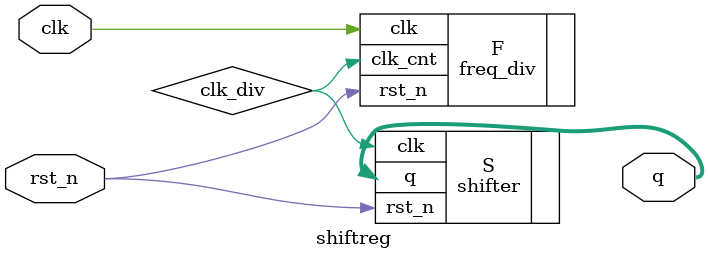
<source format=v>
`timescale 1ns / 1ps
module shiftreg(
	q,
	clk,
//	in,
	rst_n
    );
	output [7:0]q;
	input clk;
//	input in;
	input rst_n;
	
	wire clk_div;
	wire [7:0]q;
	
	freq_div F(
		.clk_cnt(clk_div),
		.clk(clk),
		.rst_n(rst_n)
	);
	
	shifter S(
//		.in(in),
		.q(q),
		.clk(clk_div),
		.rst_n(rst_n)
	);

endmodule

</source>
